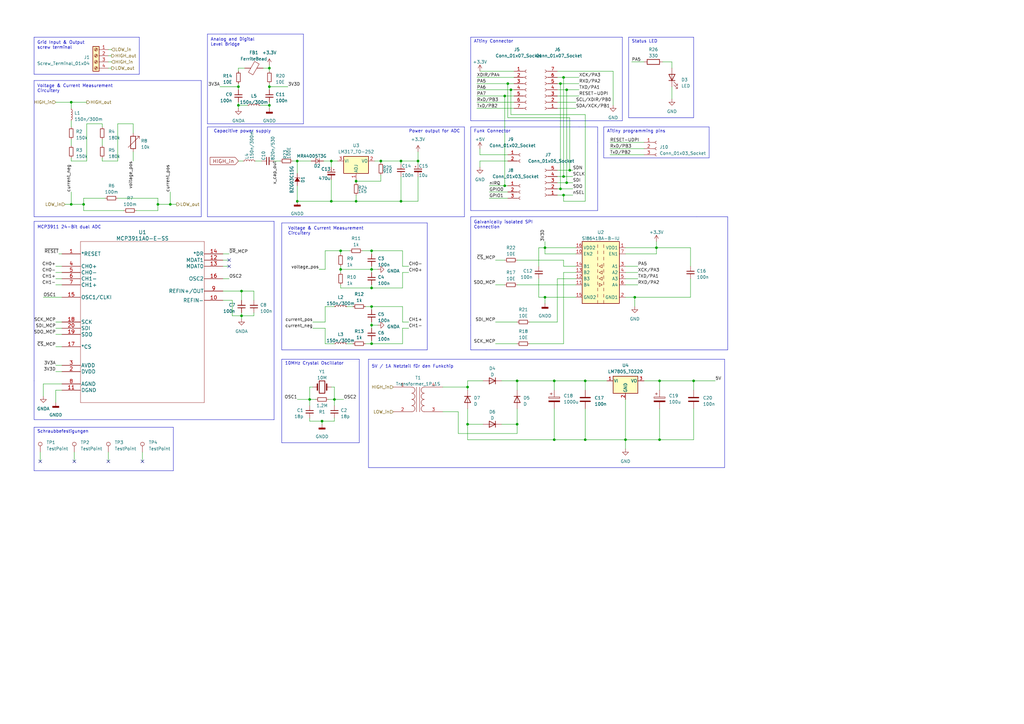
<source format=kicad_sch>
(kicad_sch (version 20230121) (generator eeschema)
  (paper "A3")
  (title_block (title "power-measurement-final") (date "2023-04-25") (rev "v.1") (comment 1 "erste Version"))
  (junction (at 223.52 101.6))
  (junction (at 229.87 34.29))
  (junction (at 209.55 36.83))
  (junction (at 137.16 163.83))
  (junction (at 97.79 43.18))
  (junction (at 171.45 66.04))
  (junction (at 139.7 110.49))
  (junction (at 231.14 80.01))
  (junction (at 110.49 35.56))
  (junction (at 191.77 173.99))
  (junction (at 64.77 83.82))
  (junction (at 207.01 76.2))
  (junction (at 229.87 77.47))
  (junction (at 260.35 121.92))
  (junction (at 99.06 129.54))
  (junction (at 139.7 102.87))
  (junction (at 240.03 156.21))
  (junction (at 240.03 180.34))
  (junction (at 207.01 39.37))
  (junction (at 146.05 82.55))
  (junction (at 152.4 125.73))
  (junction (at 270.51 180.34))
  (junction (at 135.89 82.55))
  (junction (at 231.14 31.75))
  (junction (at 232.41 36.83))
  (junction (at 135.89 66.04))
  (junction (at 146.05 74.295))
  (junction (at 127 163.83))
  (junction (at 152.4 102.87))
  (junction (at 212.09 173.99))
  (junction (at 256.54 180.34))
  (junction (at 208.28 34.29))
  (junction (at 29.21 41.91))
  (junction (at 232.41 74.93))
  (junction (at 121.92 66.04))
  (junction (at 132.08 172.72))
  (junction (at 270.51 156.21))
  (junction (at 29.21 83.82))
  (junction (at 164.465 82.55))
  (junction (at 269.24 101.6))
  (junction (at 69.85 83.82))
  (junction (at 34.29 83.82))
  (junction (at 152.4 140.97))
  (junction (at 212.09 156.21))
  (junction (at 110.49 27.94))
  (junction (at 97.79 35.56))
  (junction (at 223.52 121.92))
  (junction (at 99.06 119.38))
  (junction (at 191.77 158.75))
  (junction (at 152.4 118.11))
  (junction (at 152.4 133.35))
  (junction (at 152.4 110.49))
  (junction (at 121.92 82.55))
  (junction (at 164.465 66.04))
  (junction (at 227.33 180.34))
  (junction (at 156.21 66.04))
  (junction (at 110.49 43.18))
  (junction (at 231.14 72.39))
  (junction (at 227.33 156.21))
  (junction (at 233.68 69.85))
  (junction (at 284.48 156.21))
  (no_connect (at 58.42 189.23))
  (no_connect (at 16.51 189.23))
  (no_connect (at 44.45 189.23))
  (no_connect (at 93.98 106.68))
  (no_connect (at 93.98 109.22))
  (no_connect (at 30.48 189.23))
  (wire (pts (xy 152.4 118.11) (xy 165.1 118.11)))
  (wire (pts (xy 29.21 57.15) (xy 29.21 59.69)))
  (polyline (pts (xy 284.48 15.24) (xy 284.48 48.26)))
  (polyline (pts (xy 85.09 13.97) (xy 92.71 13.97)))
  (wire (pts (xy 228.6 72.39) (xy 231.14 72.39)))
  (wire (pts (xy 223.52 101.6) (xy 236.22 101.6)))
  (wire (pts (xy 203.2 106.68) (xy 207.01 106.68)))
  (wire (pts (xy 208.28 34.29) (xy 210.82 34.29)))
  (wire (pts (xy 152.4 133.35) (xy 154.94 133.35)))
  (polyline (pts (xy 115.57 91.44) (xy 175.26 91.44)))
  (wire (pts (xy 44.45 27.94) (xy 45.72 27.94)))
  (polyline (pts (xy 13.97 88.9) (xy 13.97 33.02)))
  (wire (pts (xy 97.79 43.18) (xy 101.6 43.18)))
  (wire (pts (xy 256.54 101.6) (xy 269.24 101.6)))
  (polyline (pts (xy 175.26 91.44) (xy 175.26 143.51)))
  (wire (pts (xy 228.6 77.47) (xy 229.87 77.47)))
  (wire (pts (xy 260.35 121.92) (xy 283.21 121.92)))
  (wire (pts (xy 29.21 64.77) (xy 29.21 66.04)))
  (wire (pts (xy 232.41 36.83) (xy 232.41 74.93)))
  (wire (pts (xy 99.06 128.27) (xy 99.06 129.54)))
  (wire (pts (xy 104.14 129.54) (xy 104.14 128.27)))
  (wire (pts (xy 107.95 27.94) (xy 110.49 27.94)))
  (wire (pts (xy 205.74 156.21) (xy 212.09 156.21)))
  (wire (pts (xy 91.44 123.19) (xy 95.25 123.19)))
  (wire (pts (xy 64.77 83.82) (xy 69.85 83.82)))
  (wire (pts (xy 231.14 80.01) (xy 231.14 82.55)))
  (polyline (pts (xy 297.18 147.32) (xy 297.18 191.77)))
  (wire (pts (xy 90.17 35.56) (xy 97.79 35.56)))
  (wire (pts (xy 240.03 167.64) (xy 240.03 180.34)))
  (wire (pts (xy 149.86 125.73) (xy 152.4 125.73)))
  (wire (pts (xy 200.66 78.74) (xy 208.28 78.74)))
  (polyline (pts (xy 151.13 147.32) (xy 151.13 191.77)))
  (wire (pts (xy 250.19 58.42) (xy 264.16 58.42)))
  (polyline (pts (xy 57.15 30.48) (xy 13.97 30.48)))
  (wire (pts (xy 64.77 83.82) (xy 64.77 81.28)))
  (wire (pts (xy 228.6 31.75) (xy 231.14 31.75)))
  (wire (pts (xy 44.45 20.32) (xy 45.72 20.32)))
  (wire (pts (xy 132.08 173.99) (xy 132.08 172.72)))
  (wire (pts (xy 284.48 180.34) (xy 270.51 180.34)))
  (polyline (pts (xy 93.98 52.07) (xy 190.5 52.07)))
  (wire (pts (xy 104.14 123.19) (xy 104.14 119.38)))
  (polyline (pts (xy 193.04 88.9) (xy 213.36 88.9)))
  (wire (pts (xy 153.67 66.04) (xy 156.21 66.04)))
  (wire (pts (xy 139.7 102.87) (xy 143.51 102.87)))
  (wire (pts (xy 99.06 129.54) (xy 99.06 130.81)))
  (polyline (pts (xy 247.65 52.07) (xy 290.83 52.07)))
  (wire (pts (xy 284.48 160.02) (xy 284.48 156.21)))
  (wire (pts (xy 165.1 134.62) (xy 167.64 134.62)))
  (wire (pts (xy 187.96 177.8) (xy 212.09 177.8)))
  (wire (pts (xy 164.465 82.55) (xy 171.45 82.55)))
  (wire (pts (xy 91.44 114.3) (xy 93.98 114.3)))
  (wire (pts (xy 256.54 116.84) (xy 261.62 116.84)))
  (wire (pts (xy 25.4 132.08) (xy 22.86 132.08)))
  (wire (pts (xy 114.935 66.04) (xy 112.395 66.04)))
  (wire (pts (xy 152.4 110.49) (xy 154.94 110.49)))
  (polyline (pts (xy 257.81 15.24) (xy 284.48 15.24)))
  (wire (pts (xy 91.44 119.38) (xy 99.06 119.38)))
  (wire (pts (xy 240.03 180.34) (xy 227.33 180.34)))
  (polyline (pts (xy 82.55 33.02) (xy 82.55 88.9)))
  (wire (pts (xy 120.015 66.04) (xy 121.92 66.04)))
  (wire (pts (xy 128.27 134.62) (xy 133.35 134.62)))
  (polyline (pts (xy 13.97 175.26) (xy 71.12 175.26)))
  (wire (pts (xy 22.86 114.3) (xy 25.4 114.3)))
  (wire (pts (xy 152.4 139.7) (xy 152.4 140.97)))
  (wire (pts (xy 25.4 152.4) (xy 22.86 152.4)))
  (wire (pts (xy 121.92 76.2) (xy 121.92 82.55)))
  (wire (pts (xy 110.49 41.91) (xy 110.49 43.18)))
  (wire (pts (xy 29.21 49.53) (xy 29.21 52.07)))
  (wire (pts (xy 231.14 111.76) (xy 236.22 111.76)))
  (wire (pts (xy 127 163.83) (xy 127 158.75)))
  (wire (pts (xy 91.44 106.68) (xy 93.98 106.68)))
  (wire (pts (xy 195.58 39.37) (xy 207.01 39.37)))
  (wire (pts (xy 152.4 133.35) (xy 152.4 134.62)))
  (wire (pts (xy 91.44 104.14) (xy 93.98 104.14)))
  (wire (pts (xy 48.26 66.04) (xy 48.26 50.8)))
  (wire (pts (xy 22.86 109.22) (xy 25.4 109.22)))
  (wire (pts (xy 269.24 101.6) (xy 269.24 104.14)))
  (wire (pts (xy 275.59 25.4) (xy 271.78 25.4)))
  (polyline (pts (xy 85.09 52.07) (xy 93.98 52.07)))
  (wire (pts (xy 191.77 167.64) (xy 191.77 173.99)))
  (wire (pts (xy 270.51 156.21) (xy 270.51 160.02)))
  (wire (pts (xy 29.21 41.91) (xy 29.21 44.45)))
  (wire (pts (xy 135.89 66.04) (xy 135.89 68.58)))
  (wire (pts (xy 110.49 26.67) (xy 110.49 27.94)))
  (wire (pts (xy 137.16 163.83) (xy 137.16 158.75)))
  (wire (pts (xy 142.24 125.73) (xy 144.78 125.73)))
  (wire (pts (xy 223.52 124.46) (xy 223.52 121.92)))
  (wire (pts (xy 270.51 167.64) (xy 270.51 180.34)))
  (polyline (pts (xy 193.04 133.35) (xy 193.04 88.9)))
  (wire (pts (xy 196.85 29.21) (xy 210.82 29.21)))
  (wire (pts (xy 207.01 76.2) (xy 208.28 76.2)))
  (wire (pts (xy 283.21 101.6) (xy 283.21 109.22)))
  (wire (pts (xy 275.59 27.94) (xy 275.59 25.4)))
  (wire (pts (xy 25.4 137.16) (xy 22.86 137.16)))
  (polyline (pts (xy 13.97 90.805) (xy 112.395 90.805)))
  (wire (pts (xy 200.66 76.2) (xy 207.01 76.2)))
  (polyline (pts (xy 297.18 191.77) (xy 151.13 191.77)))
  (polyline (pts (xy 82.55 88.9) (xy 13.97 88.9)))
  (wire (pts (xy 220.98 109.22) (xy 220.98 101.6)))
  (wire (pts (xy 223.52 104.14) (xy 236.22 104.14)))
  (wire (pts (xy 171.45 62.23) (xy 171.45 66.04)))
  (polyline (pts (xy 124.46 50.8) (xy 85.09 50.8)))
  (wire (pts (xy 251.46 43.18) (xy 251.46 29.21)))
  (polyline (pts (xy 245.11 58.42) (xy 245.11 86.36)))
  (wire (pts (xy 22.86 111.76) (xy 25.4 111.76)))
  (wire (pts (xy 195.58 31.75) (xy 210.82 31.75)))
  (polyline (pts (xy 13.97 15.24) (xy 57.15 15.24)))
  (polyline (pts (xy 71.12 175.26) (xy 71.12 193.04)))
  (wire (pts (xy 228.6 69.85) (xy 233.68 69.85)))
  (wire (pts (xy 137.16 166.37) (xy 137.16 163.83)))
  (wire (pts (xy 227.33 156.21) (xy 240.03 156.21)))
  (polyline (pts (xy 237.49 52.07) (xy 245.11 52.07)))
  (wire (pts (xy 228.6 114.3) (xy 228.6 132.08)))
  (wire (pts (xy 240.03 82.55) (xy 240.03 46.99)))
  (wire (pts (xy 256.54 111.76) (xy 261.62 111.76)))
  (polyline (pts (xy 193.04 15.24) (xy 255.27 15.24)))
  (wire (pts (xy 181.61 168.91) (xy 187.96 168.91)))
  (wire (pts (xy 228.6 80.01) (xy 231.14 80.01)))
  (polyline (pts (xy 13.97 172.085) (xy 13.97 156.21)))
  (polyline (pts (xy 298.45 143.51) (xy 199.39 143.51)))
  (wire (pts (xy 139.7 110.49) (xy 152.4 110.49)))
  (wire (pts (xy 121.92 82.55) (xy 135.89 82.55)))
  (wire (pts (xy 171.45 82.55) (xy 171.45 72.39)))
  (wire (pts (xy 164.465 66.04) (xy 171.45 66.04)))
  (wire (pts (xy 231.14 82.55) (xy 240.03 82.55)))
  (polyline (pts (xy 193.04 143.51) (xy 199.39 143.51)))
  (wire (pts (xy 220.98 121.92) (xy 220.98 114.3)))
  (wire (pts (xy 110.49 43.18) (xy 110.49 44.45)))
  (wire (pts (xy 152.4 125.73) (xy 165.1 125.73)))
  (wire (pts (xy 110.49 34.29) (xy 110.49 35.56)))
  (wire (pts (xy 227.33 180.34) (xy 227.33 167.64)))
  (wire (pts (xy 17.78 157.48) (xy 17.78 162.56)))
  (wire (pts (xy 228.6 36.83) (xy 232.41 36.83)))
  (wire (pts (xy 139.7 111.76) (xy 139.7 110.49)))
  (wire (pts (xy 191.77 158.75) (xy 191.77 156.21)))
  (polyline (pts (xy 237.49 52.07) (xy 193.04 52.07)))
  (wire (pts (xy 270.51 180.34) (xy 256.54 180.34)))
  (wire (pts (xy 228.6 34.29) (xy 229.87 34.29)))
  (wire (pts (xy 97.79 36.83) (xy 97.79 35.56)))
  (wire (pts (xy 133.35 102.87) (xy 133.35 110.49)))
  (wire (pts (xy 133.35 132.08) (xy 133.35 125.73)))
  (wire (pts (xy 41.91 57.15) (xy 41.91 59.69)))
  (wire (pts (xy 25.4 134.62) (xy 22.86 134.62)))
  (wire (pts (xy 25.4 142.24) (xy 22.86 142.24)))
  (polyline (pts (xy 13.97 33.02) (xy 82.55 33.02)))
  (wire (pts (xy 165.1 140.97) (xy 165.1 134.62)))
  (wire (pts (xy 146.05 74.295) (xy 146.05 74.93)))
  (polyline (pts (xy 147.32 147.32) (xy 147.32 181.61)))
  (polyline (pts (xy 85.09 88.9) (xy 85.09 52.07)))
  (wire (pts (xy 233.68 69.85) (xy 234.95 69.85)))
  (wire (pts (xy 229.87 77.47) (xy 234.95 77.47)))
  (wire (pts (xy 229.87 34.29) (xy 229.87 77.47)))
  (polyline (pts (xy 57.15 15.24) (xy 57.15 30.48)))
  (wire (pts (xy 233.68 48.26) (xy 208.28 48.26)))
  (wire (pts (xy 91.44 109.22) (xy 93.98 109.22)))
  (polyline (pts (xy 14.0048 172.108) (xy 112.4084 172.108)))
  (wire (pts (xy 30.48 185.42) (xy 30.48 189.23)))
  (wire (pts (xy 41.91 64.77) (xy 41.91 66.04)))
  (wire (pts (xy 134.62 163.83) (xy 137.16 163.83)))
  (wire (pts (xy 97.79 29.21) (xy 97.79 27.94)))
  (wire (pts (xy 256.54 180.34) (xy 240.03 180.34)))
  (polyline (pts (xy 112.4026 172.0942) (xy 112.4026 90.8028)))
  (wire (pts (xy 54.61 62.23) (xy 54.61 66.04)))
  (wire (pts (xy 250.19 60.96) (xy 264.16 60.96)))
  (wire (pts (xy 195.58 44.45) (xy 210.82 44.45)))
  (wire (pts (xy 130.81 110.49) (xy 133.35 110.49)))
  (wire (pts (xy 137.16 172.72) (xy 137.16 171.45)))
  (wire (pts (xy 99.06 129.54) (xy 104.14 129.54)))
  (wire (pts (xy 55.88 86.36) (xy 64.77 86.36)))
  (wire (pts (xy 203.2 132.08) (xy 212.09 132.08)))
  (wire (pts (xy 171.45 66.04) (xy 171.45 67.31)))
  (wire (pts (xy 152.4 116.84) (xy 152.4 118.11)))
  (polyline (pts (xy 245.11 58.42) (xy 245.11 52.07)))
  (wire (pts (xy 54.61 50.8) (xy 54.61 54.61)))
  (wire (pts (xy 127 172.72) (xy 127 171.45)))
  (wire (pts (xy 44.45 22.86) (xy 45.72 22.86)))
  (wire (pts (xy 187.96 168.91) (xy 187.96 177.8)))
  (wire (pts (xy 269.24 99.06) (xy 269.24 101.6)))
  (wire (pts (xy 95.25 123.19) (xy 95.25 129.54)))
  (wire (pts (xy 232.41 74.93) (xy 234.95 74.93)))
  (wire (pts (xy 220.98 101.6) (xy 223.52 101.6)))
  (wire (pts (xy 97.79 66.04) (xy 99.695 66.04)))
  (wire (pts (xy 223.52 121.92) (xy 220.98 121.92)))
  (wire (pts (xy 231.14 109.22) (xy 236.22 109.22)))
  (wire (pts (xy 209.55 36.83) (xy 210.82 36.83)))
  (wire (pts (xy 223.52 101.6) (xy 223.52 104.14)))
  (wire (pts (xy 152.4 109.22) (xy 152.4 110.49)))
  (wire (pts (xy 29.21 41.91) (xy 35.56 41.91)))
  (wire (pts (xy 212.09 177.8) (xy 212.09 173.99)))
  (wire (pts (xy 231.14 72.39) (xy 234.95 72.39)))
  (wire (pts (xy 228.6 114.3) (xy 236.22 114.3)))
  (wire (pts (xy 121.92 66.04) (xy 121.92 71.12)))
  (wire (pts (xy 212.09 156.21) (xy 227.33 156.21)))
  (wire (pts (xy 156.21 71.755) (xy 156.21 74.295)))
  (wire (pts (xy 41.91 66.04) (xy 48.26 66.04)))
  (wire (pts (xy 146.05 82.55) (xy 164.465 82.55)))
  (wire (pts (xy 217.17 140.97) (xy 231.14 140.97)))
  (wire (pts (xy 284.48 156.21) (xy 293.37 156.21)))
  (wire (pts (xy 34.29 81.28) (xy 43.18 81.28)))
  (polyline (pts (xy 213.36 88.9) (xy 285.75 88.9)))
  (wire (pts (xy 164.465 82.55) (xy 164.465 72.39)))
  (wire (pts (xy 148.59 102.87) (xy 152.4 102.87)))
  (wire (pts (xy 275.59 35.56) (xy 275.59 40.64)))
  (wire (pts (xy 231.14 31.75) (xy 231.14 72.39)))
  (polyline (pts (xy 193.04 133.35) (xy 193.04 143.51)))
  (wire (pts (xy 208.28 48.26) (xy 208.28 34.29)))
  (wire (pts (xy 135.89 66.04) (xy 138.43 66.04)))
  (wire (pts (xy 269.24 101.6) (xy 283.21 101.6)))
  (polyline (pts (xy 151.13 147.32) (xy 297.18 147.32)))
  (wire (pts (xy 231.14 111.76) (xy 231.14 140.97)))
  (wire (pts (xy 223.52 121.92) (xy 236.22 121.92)))
  (wire (pts (xy 97.79 35.56) (xy 97.79 34.29)))
  (polyline (pts (xy 284.48 48.26) (xy 257.81 48.26)))
  (wire (pts (xy 191.77 173.99) (xy 191.77 180.34)))
  (polyline (pts (xy 13.97 30.48) (xy 13.97 15.24)))
  (polyline (pts (xy 115.57 147.32) (xy 147.32 147.32)))
  (wire (pts (xy 146.05 80.01) (xy 146.05 82.55)))
  (wire (pts (xy 133.35 102.87) (xy 139.7 102.87)))
  (wire (pts (xy 231.14 106.68) (xy 231.14 109.22)))
  (wire (pts (xy 25.4 149.86) (xy 22.86 149.86)))
  (wire (pts (xy 152.4 102.87) (xy 152.4 104.14)))
  (wire (pts (xy 228.6 39.37) (xy 237.49 39.37)))
  (wire (pts (xy 48.26 50.8) (xy 54.61 50.8)))
  (wire (pts (xy 260.35 121.92) (xy 260.35 125.73)))
  (wire (pts (xy 207.01 39.37) (xy 207.01 76.2)))
  (wire (pts (xy 132.715 66.04) (xy 135.89 66.04)))
  (wire (pts (xy 181.61 158.75) (xy 191.77 158.75)))
  (polyline (pts (xy 290.83 52.07) (xy 290.83 64.77)))
  (wire (pts (xy 95.25 129.54) (xy 99.06 129.54)))
  (wire (pts (xy 29.21 83.82) (xy 34.29 83.82)))
  (wire (pts (xy 259.08 25.4) (xy 264.16 25.4)))
  (wire (pts (xy 284.48 167.64) (xy 284.48 180.34)))
  (wire (pts (xy 236.22 44.45) (xy 228.6 44.45)))
  (wire (pts (xy 212.09 106.68) (xy 231.14 106.68)))
  (wire (pts (xy 142.24 140.97) (xy 144.78 140.97)))
  (wire (pts (xy 22.86 41.91) (xy 29.21 41.91)))
  (wire (pts (xy 240.03 156.21) (xy 248.92 156.21)))
  (wire (pts (xy 135.89 82.55) (xy 135.89 73.66)))
  (wire (pts (xy 41.91 50.8) (xy 35.56 50.8)))
  (wire (pts (xy 205.74 173.99) (xy 212.09 173.99)))
  (polyline (pts (xy 115.57 143.51) (xy 115.57 91.44)))
  (wire (pts (xy 152.4 110.49) (xy 152.4 111.76)))
  (wire (pts (xy 127 166.37) (xy 127 163.83)))
  (wire (pts (xy 121.92 66.04) (xy 127.635 66.04)))
  (wire (pts (xy 212.09 173.99) (xy 212.09 167.64)))
  (wire (pts (xy 212.09 160.02) (xy 212.09 156.21)))
  (wire (pts (xy 195.58 34.29) (xy 208.28 34.29)))
  (polyline (pts (xy 193.04 49.53) (xy 193.04 15.24)))
  (wire (pts (xy 256.54 114.3) (xy 261.62 114.3)))
  (wire (pts (xy 283.21 114.3) (xy 283.21 121.92)))
  (wire (pts (xy 165.1 132.08) (xy 167.64 132.08)))
  (polyline (pts (xy 255.27 49.53) (xy 193.04 49.53)))
  (wire (pts (xy 233.68 69.85) (xy 233.68 48.26)))
  (wire (pts (xy 26.67 83.82) (xy 29.21 83.82)))
  (wire (pts (xy 165.1 118.11) (xy 165.1 111.76)))
  (wire (pts (xy 137.16 163.83) (xy 140.97 163.83)))
  (wire (pts (xy 200.66 81.28) (xy 208.28 81.28)))
  (wire (pts (xy 69.85 83.82) (xy 72.39 83.82)))
  (wire (pts (xy 110.49 35.56) (xy 118.11 35.56)))
  (polyline (pts (xy 92.71 13.97) (xy 124.46 13.97)))
  (wire (pts (xy 191.77 156.21) (xy 198.12 156.21)))
  (polyline (pts (xy 147.32 181.61) (xy 115.57 181.61)))
  (wire (pts (xy 106.68 43.18) (xy 110.49 43.18)))
  (polyline (pts (xy 175.26 143.51) (xy 115.57 143.51)))
  (wire (pts (xy 196.85 66.04) (xy 196.85 68.58)))
  (wire (pts (xy 156.21 74.295) (xy 146.05 74.295)))
  (polyline (pts (xy 290.83 64.77) (xy 247.65 64.77)))
  (wire (pts (xy 139.7 110.49) (xy 139.7 109.22)))
  (wire (pts (xy 165.1 140.97) (xy 152.4 140.97)))
  (wire (pts (xy 121.92 163.83) (xy 127 163.83)))
  (wire (pts (xy 240.03 156.21) (xy 240.03 160.02)))
  (polyline (pts (xy 193.04 86.36) (xy 245.11 86.36)))
  (wire (pts (xy 24.13 104.14) (xy 25.4 104.14)))
  (wire (pts (xy 135.89 158.75) (xy 137.16 158.75)))
  (wire (pts (xy 127 163.83) (xy 129.54 163.83)))
  (wire (pts (xy 212.09 116.84) (xy 236.22 116.84)))
  (wire (pts (xy 256.54 180.34) (xy 256.54 184.15)))
  (wire (pts (xy 264.16 156.21) (xy 270.51 156.21)))
  (wire (pts (xy 35.56 50.8) (xy 35.56 66.04)))
  (wire (pts (xy 250.19 63.5) (xy 264.16 63.5)))
  (polyline (pts (xy 115.57 181.61) (xy 115.57 147.32)))
  (wire (pts (xy 191.77 173.99) (xy 198.12 173.99)))
  (wire (pts (xy 228.6 29.21) (xy 251.46 29.21)))
  (wire (pts (xy 110.49 27.94) (xy 110.49 29.21)))
  (wire (pts (xy 34.29 86.36) (xy 50.8 86.36)))
  (wire (pts (xy 48.26 81.28) (xy 64.77 81.28)))
  (wire (pts (xy 139.7 118.11) (xy 152.4 118.11)))
  (wire (pts (xy 58.42 185.42) (xy 58.42 189.23)))
  (wire (pts (xy 135.89 82.55) (xy 146.05 82.55)))
  (wire (pts (xy 156.21 66.04) (xy 164.465 66.04)))
  (wire (pts (xy 29.21 78.74) (xy 29.21 83.82)))
  (wire (pts (xy 34.29 83.82) (xy 34.29 86.36)))
  (wire (pts (xy 227.33 156.21) (xy 227.33 160.02)))
  (wire (pts (xy 152.4 102.87) (xy 165.1 102.87)))
  (wire (pts (xy 41.91 52.07) (xy 41.91 50.8)))
  (wire (pts (xy 139.7 118.11) (xy 139.7 116.84)))
  (wire (pts (xy 152.4 132.08) (xy 152.4 133.35)))
  (wire (pts (xy 256.54 104.14) (xy 269.24 104.14)))
  (polyline (pts (xy 255.27 15.24) (xy 255.27 49.53)))
  (wire (pts (xy 164.465 66.04) (xy 164.465 67.31)))
  (wire (pts (xy 223.52 99.06) (xy 223.52 101.6)))
  (polyline (pts (xy 190.5 88.9) (xy 85.09 88.9)))
  (wire (pts (xy 25.4 160.02) (xy 22.86 160.02)))
  (wire (pts (xy 191.77 180.34) (xy 227.33 180.34)))
  (wire (pts (xy 25.4 157.48) (xy 17.78 157.48)))
  (wire (pts (xy 207.01 39.37) (xy 210.82 39.37)))
  (wire (pts (xy 25.4 121.92) (xy 17.78 121.92)))
  (polyline (pts (xy 247.65 52.07) (xy 247.65 64.77)))
  (wire (pts (xy 132.08 172.72) (xy 137.16 172.72)))
  (polyline (pts (xy 193.04 52.07) (xy 193.04 86.36)))
  (wire (pts (xy 22.86 116.84) (xy 25.4 116.84)))
  (wire (pts (xy 133.35 140.97) (xy 133.35 134.62)))
  (wire (pts (xy 133.35 140.97) (xy 137.16 140.97)))
  (wire (pts (xy 110.49 35.56) (xy 110.49 36.83)))
  (wire (pts (xy 231.14 80.01) (xy 234.95 80.01)))
  (polyline (pts (xy 13.97 175.26) (xy 13.97 193.04)))
  (wire (pts (xy 44.45 25.4) (xy 45.72 25.4)))
  (wire (pts (xy 217.17 132.08) (xy 228.6 132.08)))
  (polyline (pts (xy 112.4084 172.108) (xy 112.4084 172.1106)))
  (wire (pts (xy 152.4 125.73) (xy 152.4 127)))
  (wire (pts (xy 146.05 73.66) (xy 146.05 74.295)))
  (polyline (pts (xy 112.4026 90.8028) (xy 112.392 90.8028)))
  (wire (pts (xy 97.79 44.45) (xy 97.79 43.18)))
  (wire (pts (xy 228.6 74.93) (xy 232.41 74.93)))
  (wire (pts (xy 196.85 60.96) (xy 196.85 63.5)))
  (wire (pts (xy 152.4 140.97) (xy 149.86 140.97)))
  (wire (pts (xy 133.35 125.73) (xy 137.16 125.73)))
  (wire (pts (xy 195.58 41.91) (xy 210.82 41.91)))
  (wire (pts (xy 69.85 78.74) (xy 69.85 83.82)))
  (wire (pts (xy 165.1 125.73) (xy 165.1 132.08)))
  (polyline (pts (xy 298.45 88.9) (xy 298.45 143.51)))
  (wire (pts (xy 107.315 66.04) (xy 104.775 66.04)))
  (wire (pts (xy 191.77 160.02) (xy 191.77 158.75)))
  (wire (pts (xy 165.1 111.76) (xy 167.64 111.76)))
  (wire (pts (xy 22.86 160.02) (xy 22.86 165.1)))
  (wire (pts (xy 34.29 83.82) (xy 34.29 81.28)))
  (wire (pts (xy 29.21 66.04) (xy 35.56 66.04)))
  (wire (pts (xy 229.87 34.29) (xy 237.49 34.29)))
  (wire (pts (xy 209.55 46.99) (xy 209.55 36.83)))
  (wire (pts (xy 228.6 41.91) (xy 236.22 41.91)))
  (wire (pts (xy 256.54 121.92) (xy 260.35 121.92)))
  (wire (pts (xy 97.79 27.94) (xy 100.33 27.94)))
  (wire (pts (xy 132.08 172.72) (xy 127 172.72)))
  (wire (pts (xy 165.1 102.87) (xy 165.1 109.22)))
  (wire (pts (xy 165.1 109.22) (xy 167.64 109.22)))
  (polyline (pts (xy 85.09 13.97) (xy 85.09 50.8)))
  (wire (pts (xy 240.03 46.99) (xy 209.55 46.99)))
  (wire (pts (xy 270.51 156.21) (xy 284.48 156.21)))
  (wire (pts (xy 232.41 36.83) (xy 237.49 36.83)))
  (wire (pts (xy 16.51 185.42) (xy 16.51 189.23)))
  (wire (pts (xy 64.77 86.36) (xy 64.77 83.82)))
  (wire (pts (xy 44.45 185.42) (xy 44.45 189.23)))
  (wire (pts (xy 203.2 116.84) (xy 207.01 116.84)))
  (wire (pts (xy 128.27 132.08) (xy 133.35 132.08)))
  (wire (pts (xy 97.79 43.18) (xy 97.79 41.91)))
  (wire (pts (xy 156.21 66.675) (xy 156.21 66.04)))
  (wire (pts (xy 139.7 104.14) (xy 139.7 102.87)))
  (polyline (pts (xy 71.12 193.04) (xy 13.97 193.04)))
  (wire (pts (xy 231.14 31.75) (xy 237.49 31.75)))
  (polyline (pts (xy 190.5 52.07) (xy 190.5 88.9)))
  (polyline (pts (xy 124.46 13.97) (xy 124.46 50.8)))
  (wire (pts (xy 256.54 109.22) (xy 261.62 109.22)))
  (wire (pts (xy 196.85 66.04) (xy 208.28 66.04)))
  (wire (pts (xy 127 158.75) (xy 128.27 158.75)))
  (polyline (pts (xy 285.75 88.9) (xy 298.45 88.9)))
  (wire (pts (xy 99.06 119.38) (xy 104.14 119.38)))
  (wire (pts (xy 99.06 123.19) (xy 99.06 119.38)))
  (wire (pts (xy 195.58 36.83) (xy 209.55 36.83)))
  (polyline (pts (xy 13.97 90.805) (xy 13.97 156.21)))
  (polyline (pts (xy 257.81 15.24) (xy 257.81 48.26)))
  (wire (pts (xy 196.85 63.5) (xy 208.28 63.5)))
  (wire (pts (xy 212.09 140.97) (xy 203.2 140.97)))
  (wire (pts (xy 256.54 163.83) (xy 256.54 180.34)))
  (text "Voltage & Current Measurement\nCircuitery" (at 15.24 38.1 0) (effects (font (size 1.27 1.27)) (justify left bottom)))
  (text "Voltage & Current Measurement\nCircuitery" (at 118.11 96.52 0) (effects (font (size 1.27 1.27)) (justify left bottom)))
  (text "10MHz Crystal Oscillator" (at 116.84 149.86 0) (effects (font (size 1.27 1.27)) (justify left bottom)))
  (text "Power output for ADC" (at 167.64 54.61 0) (effects (font (size 1.27 1.27)) (justify left bottom)))
  (text "Funk Connector" (at 194.31 54.61 0) (effects (font (size 1.27 1.27)) (justify left bottom)))
  (text "Status LED" (at 259.08 17.78 0) (effects (font (size 1.27 1.27)) (justify left bottom)))
  (text "ATtiny Connector" (at 194.31 17.78 0) (effects (font (size 1.27 1.27)) (justify left bottom)))
  (text "MCP3911 24-Bit dual ADC" (at 15.24 93.98 0) (effects (font (size 1.27 1.27)) (justify left bottom)))
  (text "Capacitive power supply" (at 87.63 54.61 0) (effects (font (size 1.27 1.27)) (justify left bottom)))
  (text "5V / 1A Netzteil für den Funkchip" (at 152.4 151.13 0) (effects (font (size 1.27 1.27)) (justify left bottom)))
  (text "ATtiny programming pins" (at 248.92 54.61 0) (effects (font (size 1.27 1.27)) (justify left bottom)))
  (text "Schraubbefestigungen" (at 15.24 177.8 0) (effects (font (size 1.27 1.27)) (justify left bottom)))
  (text "Galvanically isolated SPI\nConnection" (at 194.31 93.98 0) (effects (font (size 1.27 1.27)) (justify left bottom)))
  (text "Grid Input & Output \nscrew terminal" (at 15.24 20.32 0) (effects (font (size 1.27 1.27)) (justify left bottom)))
  (text "Analog and Digital\nLevel Bridge" (at 86.36 19.05 0) (effects (font (size 1.27 1.27)) (justify left bottom)))
  (label "TxD{slash}PB2" (at 195.58 44.45 0))
  (label "SDN" (at 234.95 69.85 0))
  (label "PA5" (at 195.58 34.29 0))
  (label "RxD{slash}PB3" (at 250.19 60.96 0))
  (label "CH1+" (at 22.86 114.3 180))
  (label "current_neg" (at 29.21 78.74 90))
  (label "SCL{slash}XDIR{slash}PB0" (at 236.22 41.91 0))
  (label "GPIO0" (at 200.66 78.74 0))
  (label "voltage_pos" (at 54.61 66.04 270))
  (label "OSC1" (at 121.92 163.83 180))
  (label "~{DR}_MCP" (at 93.98 104.14 0))
  (label "RESET-UDPI" (at 250.19 58.42 0))
  (label "5V" (at 293.37 156.21 0))
  (label "voltage_pos" (at 130.81 110.49 180))
  (label "3V3D" (at 118.11 35.56 0))
  (label "3V3D" (at 223.52 99.06 90))
  (label "XCK{slash}PA3" (at 237.49 31.75 0))
  (label "current_neg" (at 128.27 134.62 180))
  (label "SDA{slash}XCK{slash}PB1" (at 236.22 44.45 0))
  (label "PA5" (at 259.08 25.4 0))
  (label "CH1-" (at 22.86 116.84 180))
  (label "RXD{slash}PA2" (at 261.62 116.84 0))
  (label "current_pos" (at 69.85 78.74 90))
  (label "SCK_MCP" (at 203.2 140.97 180))
  (label "~{RESET}" (at 24.13 104.14 180))
  (label "RxD{slash}PB3" (at 195.58 41.91 0))
  (label "SDO" (at 234.95 77.47 0))
  (label "PA5" (at 261.62 109.22 0))
  (label "XDIR{slash}PA4" (at 195.58 31.75 0))
  (label "~{CS}_MCP" (at 22.86 142.24 180))
  (label "nSEL" (at 234.95 80.01 0))
  (label "SDI_MCP" (at 22.86 134.62 180))
  (label "XCK{slash}PA3" (at 261.62 111.76 0))
  (label "CH0+" (at 167.64 111.76 0))
  (label "TXD{slash}PA1" (at 261.62 114.3 0))
  (label "GPIO1" (at 200.66 81.28 0))
  (label "CH0-" (at 167.64 109.22 0))
  (label "x_cap_out" (at 113.665 66.04 270))
  (label "3V3A" (at 22.86 149.86 180))
  (label "CH0+" (at 22.86 109.22 180))
  (label "current_pos" (at 128.27 132.08 180))
  (label "CH1+" (at 167.64 132.08 0))
  (label "3V3D" (at 22.86 152.4 180))
  (label "CH0-" (at 22.86 111.76 180))
  (label "OSC1" (at 17.78 121.92 0))
  (label "TxD{slash}PB2" (at 250.19 63.5 0))
  (label "~{CS}_MCP" (at 203.2 106.68 180))
  (label "nIRQ" (at 200.66 76.2 0))
  (label "SDI_MCP" (at 203.2 132.08 180))
  (label "OSC2" (at 93.98 114.3 0))
  (label "SDO_MCP" (at 203.2 116.84 180))
  (label "SDI" (at 234.95 74.93 0))
  (label "SDO_MCP" (at 22.86 137.16 180))
  (label "CH1-" (at 167.64 134.62 0))
  (label "RXD{slash}PA2" (at 237.49 34.29 0))
  (label "TXD{slash}PA1" (at 237.49 36.83 0))
  (label "RESET-UDPI" (at 237.49 39.37 0))
  (label "OSC2" (at 140.97 163.83 0))
  (label "SCK_MCP" (at 22.86 132.08 180))
  (label "SCLK" (at 234.95 72.39 0))
  (label "3V3A" (at 90.17 35.56 180))
  (label "PA6" (at 195.58 36.83 0))
  (label "PA7" (at 195.58 39.37 0))
  (global_label "HIGH_in" (shape input) (at 97.79 66.04 180) (effects (font (size 1.524 1.524))) (property "Intersheetrefs" "${INTERSHEET_REFS}" (effects hide)))
  (hierarchical_label "HIGH_in" (shape input) (at 22.86 41.91 180))
  (hierarchical_label "HIGH_out" (shape output) (at 45.72 22.86 0))
  (hierarchical_label "HIGH_in" (shape input) (at 45.72 25.4 0))
  (hierarchical_label "HIGH_out" (shape output) (at 35.56 41.91 0))
  (hierarchical_label "LOW_in" (shape input) (at 26.67 83.82 180))
  (hierarchical_label "LOW_in" (shape input) (at 45.72 20.32 0))
  (hierarchical_label "LOW_out" (shape output) (at 45.72 27.94 0))
  (hierarchical_label "LOW_in" (shape input) (at 161.29 168.91 180))
  (hierarchical_label "HIGH_in" (shape input) (at 161.29 158.75 180))
  (hierarchical_label "LOW_out" (shape output) (at 72.39 83.82 0))
  (symbol (lib_id "Device:C_Small") (at 152.4 129.54 0) (unit 1)
    (property "Reference" "C5" (at 154.94 128.9113 0) (effects (justify left)))
    (property "Value" "100n" (at 154.94 131.4513 0) (effects (justify left)))
    (property "Footprint" "Capacitor_SMD:C_1206_3216Metric_Pad1.33x1.80mm_HandSolder" (effects hide))
  )
  (symbol (lib_id "Device:R_Small") (at 110.49 31.75 0) (unit 1)
    (property "Reference" "R20" (at 113.03 31.115 0) (effects (justify left)))
    (property "Value" "10E" (at 113.03 33.655 0) (effects (justify left)))
    (property "Footprint" "Resistor_SMD:R_1206_3216Metric_Pad1.30x1.75mm_HandSolder" (effects hide))
  )
  (symbol (lib_id "Device:C_Small") (at 97.79 39.37 0) (mirror y) (unit 1)
    (property "Reference" "C9" (at 95.25 38.7413 0) (effects (justify left)))
    (property "Value" "100n" (at 95.25 41.2813 0) (effects (justify left)))
    (property "Footprint" "Capacitor_SMD:C_1206_3216Metric_Pad1.33x1.80mm_HandSolder" (effects hide))
  )
  (symbol (lib_id "Device:R_Variable") (at 54.61 58.42 0) (unit 1)
    (property "Reference" "R8" (at 57.785 57.785 0) (effects (justify left)))
    (property "Value" "10k" (at 57.785 60.325 0) (effects (justify left)))
    (property "Footprint" "Potentiometer_THT:Potentiometer_ACP_CA9-V10_Vertical_Hole" (effects hide))
  )
  (symbol (lib_id "Device:L_Small") (at 139.7 140.97 90) (unit 1)
    (property "Reference" "L3" (at 139.7 137.16 90))
    (property "Value" "150n/300m" (at 139.7 139.7 90))
    (property "Footprint" "Inductor_SMD:L_1206_3216Metric" (effects hide))
  )
  (symbol (lib_id "Device:R_Small") (at 139.7 114.3 0) (unit 1)
    (property "Reference" "R10" (at 142.24 113.665 0) (effects (justify left)))
    (property "Value" "1k" (at 142.24 116.205 0) (effects (justify left)))
    (property "Footprint" "Resistor_SMD:R_1206_3216Metric_Pad1.30x1.75mm_HandSolder" (effects hide))
  )
  (symbol (lib_id "Device:L_Small") (at 29.21 46.99 0) (unit 1)
    (property "Reference" "L1" (at 30.48 46.355 0) (effects (justify left)))
    (property "Value" "150n/300m" (at 30.48 48.895 0) (effects (justify left)))
    (property "Footprint" "Inductor_SMD:L_1206_3216Metric" (effects hide))
  )
  (symbol (lib_id "Device:R_Small") (at 147.32 140.97 90) (unit 1)
    (property "Reference" "R13" (at 147.32 135.89 90))
    (property "Value" "1k" (at 147.32 138.43 90))
    (property "Footprint" "Resistor_SMD:R_1206_3216Metric_Pad1.30x1.75mm_HandSolder" (effects hide))
  )
  (symbol (lib_id "Device:C_Small") (at 283.21 111.76 0) (unit 1)
    (property "Reference" "C16" (at 285.75 111.1313 0) (effects (justify left)))
    (property "Value" "100n" (at 285.75 113.6713 0) (effects (justify left)))
    (property "Footprint" "Capacitor_SMD:C_1206_3216Metric_Pad1.33x1.80mm_HandSolder" (effects hide))
  )
  (symbol (lib_id "power:GNDD") (at 223.52 124.46 0) (unit 1)
    (property "Reference" "#PWR010" (effects hide))
    (property "Value" "GNDD" (at 223.52 129.54 0))
  )
  (symbol (lib_id "power:GNDA") (at 154.94 133.35 90) (unit 1)
    (property "Reference" "#PWR05" (effects hide))
    (property "Value" "GNDA" (at 158.75 133.985 90) (effects (justify right)))
  )
  (symbol (lib_id "Connector:Conn_01x07_Socket") (at 223.52 36.83 180) (unit 1)
    (property "Reference" "J6" (at 229.87 20.32 0) (effects (justify left)))
    (property "Value" "Conn_01x07_Socket" (at 238.76 22.86 0) (effects (justify left)))
    (property "Footprint" "Connector_PinSocket_2.54mm:PinSocket_1x07_P2.54mm_Vertical" (effects hide))
  )
  (symbol (lib_id "Device:R_Small") (at 41.91 62.23 0) (unit 1)
    (property "Reference" "R5" (at 44.45 61.595 0) (effects (justify left)))
    (property "Value" "180k" (at 44.45 64.135 0) (effects (justify left)))
    (property "Footprint" "Resistor_SMD:R_1206_3216Metric_Pad1.30x1.75mm_HandSolder" (effects hide))
  )
  (symbol (lib_id "power:GND") (at 196.85 68.58 0) (unit 1)
    (property "Reference" "#PWR015" (effects hide))
    (property "Value" "GND" (at 196.85 73.66 0))
  )
  (symbol (lib_id "power:GND") (at 275.59 40.64 0) (unit 1)
    (property "Reference" "#PWR017" (effects hide))
    (property "Value" "GND" (at 275.59 45.72 0))
  )
  (symbol (lib_id "Device:C_Small") (at 104.14 125.73 180) (unit 1)
    (property "Reference" "C8" (at 106.68 125.0886 0) (effects (justify right)))
    (property "Value" "100n" (at 106.68 127.6286 0) (effects (justify right)))
    (property "Footprint" "Capacitor_SMD:C_1206_3216Metric_Pad1.33x1.80mm_HandSolder" (effects hide))
  )
  (symbol (lib_id "Connector:TestPoint") (at 58.42 185.42 0) (unit 1)
    (property "Reference" "TP4" (at 60.96 181.483 0) (effects (justify left)))
    (property "Value" "TestPoint" (at 60.96 184.023 0) (effects (justify left)))
    (property "Footprint" "TestPoint:TestPoint_Plated_Hole_D3.0mm" (effects hide))
  )
  (symbol (lib_id "Power-Analyzer-rescue:D_Zener_Small_ALT") (at 121.92 73.66 270) (unit 1)
    (property "Reference" "D1" (at 124.206 73.66 0))
    (property "Value" "BZG03C15G" (at 119.634 73.66 0))
    (property "Footprint" "Diode_SMD:D_SMA-SMB_Universal_Handsoldering" (effects hide))
  )
  (symbol (lib_id "Device:C_Small") (at 152.4 114.3 0) (unit 1)
    (property "Reference" "C4" (at 154.94 113.6713 0) (effects (justify left)))
    (property "Value" "100n" (at 154.94 116.2113 0) (effects (justify left)))
    (property "Footprint" "Capacitor_SMD:C_1206_3216Metric_Pad1.33x1.80mm_HandSolder" (effects hide))
  )
  (symbol (lib_id "Device:FerriteBead") (at 104.14 27.94 90) (unit 1)
    (property "Reference" "FB1" (at 104.0892 21.59 90))
    (property "Value" "FerriteBead" (at 104.0892 24.13 90))
    (property "Footprint" "Inductor_SMD:L_1210_3225Metric_Pad1.42x2.65mm_HandSolder" (effects hide))
  )
  (symbol (lib_id "Connector:Conn_01x03_Socket") (at 213.36 78.74 0) (unit 1)
    (property "Reference" "J8" (at 208.28 69.85 0) (effects (justify left)))
    (property "Value" "Conn_01x03_Socket" (at 201.93 72.39 0) (effects (justify left)))
    (property "Footprint" "Connector_PinSocket_2.54mm:PinSocket_1x03_P2.54mm_Vertical" (effects hide))
  )
  (symbol (lib_id "Device:R_Small") (at 97.79 31.75 0) (mirror y) (unit 1)
    (property "Reference" "R14" (at 95.25 31.115 0) (effects (justify left)))
    (property "Value" "10E" (at 95.25 33.655 0) (effects (justify left)))
    (property "Footprint" "Resistor_SMD:R_1206_3216Metric_Pad1.30x1.75mm_HandSolder" (effects hide))
  )
  (symbol (lib_id "Device:R_Small") (at 146.05 102.87 90) (unit 1)
    (property "Reference" "R11" (at 146.05 97.79 90))
    (property "Value" "1k" (at 146.05 100.33 90))
    (property "Footprint" "Resistor_SMD:R_1206_3216Metric_Pad1.30x1.75mm_HandSolder" (effects hide))
  )
  (symbol (lib_id "Device:R_Small") (at 209.55 106.68 90) (unit 1)
    (property "Reference" "R22" (at 209.55 101.6 90))
    (property "Value" "10E" (at 209.55 104.14 90))
    (property "Footprint" "Resistor_SMD:R_1206_3216Metric_Pad1.30x1.75mm_HandSolder" (effects hide))
  )
  (symbol (lib_id "Device:L_Small") (at 139.7 125.73 90) (unit 1)
    (property "Reference" "L2" (at 139.7 121.92 90))
    (property "Value" "150n/300m" (at 139.7 124.46 90))
    (property "Footprint" "Inductor_SMD:L_1206_3216Metric" (effects hide))
  )
  (symbol (lib_id "Device:D") (at 191.77 163.83 270) (unit 1)
    (property "Reference" "D7" (at 194.31 163.195 90) (effects (justify left)))
    (property "Value" "D" (at 194.31 165.735 90) (effects (justify left)))
    (property "Footprint" "Diode_SMD:D_SMA-SMB_Universal_Handsoldering" (effects hide))
    (property "Sim.Device" "D" (effects hide))
    (property "Sim.Pins" "1=K 2=A" (effects hide))
  )
  (symbol (lib_id "power:GNDA") (at 97.79 44.45 0) (unit 1)
    (property "Reference" "#PWR07" (effects hide))
    (property "Value" "GNDA" (at 97.79 49.53 0))
  )
  (symbol (lib_id "power:+3.3V") (at 269.24 99.06 0) (unit 1)
    (property "Reference" "#PWR012" (effects hide))
    (property "Value" "+3.3V" (at 269.24 95.25 0))
  )
  (symbol (lib_id "Connector:TestPoint") (at 44.45 185.42 0) (unit 1)
    (property "Reference" "TP3" (at 46.99 181.483 0) (effects (justify left)))
    (property "Value" "TestPoint" (at 46.99 184.023 0) (effects (justify left)))
    (property "Footprint" "TestPoint:TestPoint_Plated_Hole_D3.0mm" (effects hide))
  )
  (symbol (lib_id "Device:R_Small") (at 29.21 62.23 0) (unit 1)
    (property "Reference" "R3" (at 31.115 61.595 0) (effects (justify left)))
    (property "Value" "150k" (at 31.115 64.135 0) (effects (justify left)))
    (property "Footprint" "Resistor_SMD:R_1206_3216Metric_Pad1.30x1.75mm_HandSolder" (effects hide))
  )
  (symbol (lib_id "power:GNDA") (at 17.78 162.56 0) (mirror y) (unit 1)
    (property "Reference" "#PWR02" (effects hide))
    (property "Value" "GNDA" (at 17.78 167.64 0))
  )
  (symbol (lib_id "Device:R_Small") (at 147.32 125.73 90) (unit 1)
    (property "Reference" "R12" (at 147.32 120.65 90))
    (property "Value" "1k" (at 147.32 123.19 90))
    (property "Footprint" "Resistor_SMD:R_1206_3216Metric_Pad1.30x1.75mm_HandSolder" (effects hide))
  )
  (symbol (lib_id "Device:D") (at 201.93 156.21 180) (unit 1)
    (property "Reference" "D4" (at 201.93 151.13 0))
    (property "Value" "D" (at 201.93 153.67 0))
    (property "Footprint" "Diode_SMD:D_SMA-SMB_Universal_Handsoldering" (effects hide))
    (property "Sim.Device" "D" (effects hide))
    (property "Sim.Pins" "1=K 2=A" (effects hide))
  )
  (symbol (lib_id "Device:C_Polarized") (at 270.51 163.83 0) (unit 1)
    (property "Reference" "C19" (at 274.32 162.306 0) (effects (justify left)))
    (property "Value" "100u" (at 274.32 164.846 0) (effects (justify left)))
  )
  (symbol (lib_id "Device:C_Small") (at 137.16 168.91 0) (unit 1)
    (property "Reference" "C2" (at 139.7 168.2813 0) (effects (justify left)))
    (property "Value" "18p" (at 139.7 170.8213 0) (effects (justify left)))
    (property "Footprint" "Capacitor_SMD:C_0805_2012Metric_Pad1.18x1.45mm_HandSolder" (effects hide))
  )
  (symbol (lib_id "Device:Crystal") (at 132.08 158.75 0) (unit 1)
    (property "Reference" "Y1" (at 132.08 152.4 0))
    (property "Value" "10M" (at 132.08 154.94 0))
    (property "Footprint" "Crystal:Crystal_HC49-4H_Vertical" (effects hide))
  )
  (symbol (lib_id "Device:L_Small") (at 104.14 43.18 90) (unit 1)
    (property "Reference" "L5" (at 104.14 39.37 90))
    (property "Value" "150n/300m" (at 104.14 41.91 90))
    (property "Footprint" "Inductor_SMD:L_1206_3216Metric" (effects hide))
  )
  (symbol (lib_id "Connector:Screw_Terminal_01x04") (at 39.37 22.86 0) (mirror y) (unit 1)
    (property "Reference" "J1" (at 36.83 23.495 0) (effects (justify left)))
    (property "Value" "Screw_Terminal_01x04" (at 36.83 26.035 0) (effects (justify left)))
    (property "Footprint" "TerminalBlock:TerminalBlock_Altech_AK300-4_P5.00mm" (effects hide))
  )
  (symbol (lib_id "Power-Analyzer-rescue:CP_Small") (at 171.45 69.85 0) (unit 1)
    (property "Reference" "C15" (at 171.704 68.072 0) (effects (justify left)))
    (property "Value" "10u" (at 171.704 71.882 0) (effects (justify left)))
    (property "Footprint" "Capacitor_SMD:C_1206_3216Metric_Pad1.33x1.80mm_HandSolder" (effects hide))
  )
  (symbol (lib_id "power:GNDD") (at 132.08 173.99 0) (unit 1)
    (property "Reference" "#PWR01" (effects hide))
    (property "Value" "GNDD" (at 132.08 179.07 0))
  )
  (symbol (lib_id "Regulator_Linear:LM317_TO-252") (at 146.05 66.04 0) (unit 1)
    (property "Reference" "U3" (at 146.05 59.69 0))
    (property "Value" "LM317_TO-252" (at 146.05 62.23 0))
    (property "Footprint" "Package_TO_SOT_SMD:TO-252-2" (effects hide))
    (property "Datasheet" "http://www.ti.com/lit/ds/snvs774n/snvs774n.pdf" (effects hide))
  )
  (symbol (lib_id "Power-Analyzer-rescue:R_Small") (at 156.21 69.215 0) (unit 1)
    (property "Reference" "R25" (at 156.972 68.707 0) (effects (justify left)))
    (property "Value" "910" (at 156.972 70.231 0) (effects (justify left)))
    (property "Footprint" "Resistor_SMD:R_1206_3216Metric_Pad1.30x1.75mm_HandSolder" (effects hide))
  )
  (symbol (lib_id "power:GND") (at 256.54 184.15 0) (unit 1)
    (property "Reference" "#PWR019" (effects hide))
    (property "Value" "GND" (at 256.54 189.23 0))
  )
  (symbol (lib_id "Device:R_Small") (at 139.7 106.68 0) (unit 1)
    (property "Reference" "R9" (at 142.24 106.045 0) (effects (justify left)))
    (property "Value" "1k" (at 142.24 108.585 0) (effects (justify left)))
    (property "Footprint" "Resistor_SMD:R_1206_3216Metric_Pad1.30x1.75mm_HandSolder" (effects hide))
  )
  (symbol (lib_id "Device:LED") (at 275.59 31.75 90) (unit 1)
    (property "Reference" "D3" (at 279.4 32.7025 90) (effects (justify right)))
    (property "Value" "LED" (at 279.4 35.2425 90) (effects (justify right)))
    (property "Footprint" "Diode_SMD:D_1206_3216Metric_Pad1.42x1.75mm_HandSolder" (effects hide))
  )
  (symbol (lib_id "Device:R_Small") (at 29.21 54.61 0) (unit 1)
    (property "Reference" "R2" (at 31.115 53.975 0) (effects (justify left)))
    (property "Value" "150k" (at 31.115 56.515 0) (effects (justify left)))
    (property "Footprint" "Resistor_SMD:R_1206_3216Metric_Pad1.30x1.75mm_HandSolder" (effects hide))
  )
  (symbol (lib_id "Device:D") (at 201.93 173.99 180) (unit 1)
    (property "Reference" "D6" (at 201.93 168.91 0))
    (property "Value" "D" (at 201.93 171.45 0))
    (property "Footprint" "Diode_SMD:D_SMA-SMB_Universal_Handsoldering" (effects hide))
    (property "Sim.Device" "D" (effects hide))
    (property "Sim.Pins" "1=K 2=A" (effects hide))
  )
  (symbol (lib_id "Device:C") (at 240.03 163.83 0) (unit 1)
    (property "Reference" "C17" (at 243.84 163.195 0) (effects (justify left)))
    (property "Value" "100n" (at 243.84 165.735 0) (effects (justify left)))
  )
  (symbol (lib_id "Device:R_Small") (at 214.63 140.97 90) (unit 1)
    (property "Reference" "R18" (at 214.63 135.89 90))
    (property "Value" "10E" (at 214.63 138.43 90))
    (property "Footprint" "Resistor_SMD:R_1206_3216Metric_Pad1.30x1.75mm_HandSolder" (effects hide))
  )
  (symbol (lib_id "power:GNDD") (at 22.86 165.1 0) (mirror y) (unit 1)
    (property "Reference" "#PWR03" (effects hide))
    (property "Value" "GNDD" (at 22.86 170.18 0))
  )
  (symbol (lib_id "Power-Analyzer-rescue:C_Small") (at 164.465 69.85 0) (unit 1)
    (property "Reference" "C14" (at 164.719 68.072 0) (effects (justify left)))
    (property "Value" "100n" (at 164.719 71.882 0) (effects (justify left)))
    (property "Footprint" "Capacitor_SMD:C_1206_3216Metric_Pad1.33x1.80mm_HandSolder" (effects hide))
  )
  (symbol (lib_id "Device:R_Small") (at 132.08 163.83 90) (mirror x) (unit 1)
    (property "Reference" "R1" (at 132.08 168.91 90))
    (property "Value" "1.2M" (at 132.08 166.37 90))
    (property "Footprint" "Resistor_SMD:R_1206_3216Metric_Pad1.30x1.75mm_HandSolder" (effects hide))
  )
  (symbol (lib_id "Device:R_Small") (at 45.72 81.28 90) (unit 1)
    (property "Reference" "R6" (at 45.72 76.2 90))
    (property "Value" "100m" (at 45.72 78.74 90))
    (property "Footprint" "Resistor_SMD:R_2512_6332Metric" (effects hide))
  )
  (symbol (lib_id "Device:R_Small") (at 53.34 86.36 90) (unit 1)
    (property "Reference" "R7" (at 53.34 81.28 90))
    (property "Value" "100m" (at 53.34 83.82 90))
    (property "Footprint" "Resistor_SMD:R_2512_6332Metric" (effects hide))
  )
  (symbol (lib_id "Device:R_Small") (at 41.91 54.61 0) (unit 1)
    (property "Reference" "R4" (at 44.45 53.975 0) (effects (justify left)))
    (property "Value" "180k" (at 44.45 56.515 0) (effects (justify left)))
    (property "Footprint" "Resistor_SMD:R_1206_3216Metric_Pad1.30x1.75mm_HandSolder" (effects hide))
  )
  (symbol (lib_id "Connector:Conn_01x05_Socket") (at 223.52 74.93 180) (unit 1)
    (property "Reference" "J7" (at 224.79 63.5 0))
    (property "Value" "Conn_01x05_Socket" (at 226.06 66.04 0))
    (property "Footprint" "Connector_PinSocket_2.54mm:PinSocket_1x05_P2.54mm_Vertical" (effects hide))
  )
  (symbol (lib_id "power:GNDD") (at 121.92 82.55 0) (unit 1)
    (property "Reference" "#PWR011" (effects hide))
    (property "Value" "GNDD" (at 121.92 87.63 0))
  )
  (symbol (lib_id "power:GND") (at 251.46 43.18 0) (unit 1)
    (property "Reference" "#PWR013" (effects hide))
    (property "Value" "GND" (at 251.46 48.26 0))
  )
  (symbol (lib_id "Connector:Conn_01x02_Socket") (at 213.36 63.5 0) (unit 1)
    (property "Reference" "J9" (at 208.28 57.15 0) (effects (justify left)))
    (property "Value" "Conn_01x02_Socket" (at 200.66 59.69 0) (effects (justify left)))
    (property "Footprint" "Connector_PinSocket_2.54mm:PinSocket_1x02_P2.54mm_Vertical" (effects hide))
  )
  (symbol (lib_id "Device:C_Small") (at 99.06 125.73 0) (mirror x) (unit 1)
    (property "Reference" "C7" (at 96.52 125.0886 0) (effects (justify right)))
    (property "Value" "100n" (at 96.52 127.6286 0) (effects (justify right)))
    (property "Footprint" "Capacitor_SMD:C_1206_3216Metric_Pad1.33x1.80mm_HandSolder" (effects hide))
  )
  (symbol (lib_id "Power-Analyzer-rescue:C_Small") (at 109.855 66.04 90) (unit 1)
    (property "Reference" "C10" (at 108.077 65.786 0) (effects (justify left)))
    (property "Value" "820n/530" (at 111.887 65.786 0) (effects (justify left)))
    (property "Footprint" "Capacitor_THT:C_Rect_L26.5mm_W10.5mm_P22.50mm_MKS4" (effects hide))
  )
  (symbol (lib_id "Device:Transformer_1P_1S") (at 171.45 163.83 0) (unit 1)
    (property "Reference" "T1" (at 171.4627 154.94 0))
    (property "Value" "Transformer_1P_1S" (at 171.4627 157.48 0))
  )
  (symbol (lib_id "Power-Analyzer-rescue:R_Small") (at 117.475 66.04 90) (unit 1)
    (property "Reference" "R23" (at 116.967 65.278 0) (effects (justify left)))
    (property "Value" "100E" (at 118.491 65.278 0) (effects (justify left)))
    (property "Footprint" "Resistor_SMD:R_1206_3216Metric_Pad1.30x1.75mm_HandSolder" (effects hide))
  )
  (symbol (lib_id "Isolator:Si8641BA-B-IU") (at 246.38 111.76 0) (mirror y) (unit 1)
    (property "Reference" "U2" (at 246.38 95.25 0))
    (property "Value" "Si8641BA-B-IU" (at 246.38 97.79 0))
    (property "Footprint" "Package_SO:SOIC-16_3.9x9.9mm_P1.27mm" (effects hide))
    (property "Datasheet" "https://www.silabs.com/documents/public/data-sheets/si864x-datasheet.pdf" (effects hide))
  )
  (symbol (lib_id "Device:C_Small") (at 152.4 106.68 0) (unit 1)
    (property "Reference" "C3" (at 154.94 106.0513 0) (effects (justify left)))
    (property "Value" "100n" (at 154.94 108.5913 0) (effects (justify left)))
    (property "Footprint" "Capacitor_SMD:C_1206_3216Metric_Pad1.33x1.80mm_HandSolder" (effects hide))
  )
  (symbol (lib_id "power:GNDD") (at 110.49 44.45 0) (unit 1)
    (property "Reference" "#PWR09" (effects hide))
    (property "Value" "GNDD" (at 110.49 49.53 0))
  )
  (symbol (lib_id "Power-Analyzer-rescue:D_Small") (at 130.175 66.04 180) (unit 1)
    (property "Reference" "D2" (at 131.445 68.072 0) (effects (justify left)))
    (property "Value" "MRA4005T3G" (at 133.985 64.008 0) (effects (justify left)))
    (property "Footprint" "Diode_SMD:D_MicroMELF_Handsoldering" (effects hide))
  )
  (symbol (lib_id "power:GND") (at 260.35 125.73 0) (unit 1)
    (property "Reference" "#PWR018" (effects hide))
    (property "Value" "GND" (at 260.35 130.81 0))
  )
  (symbol (lib_id "Device:C_Small") (at 152.4 137.16 0) (unit 1)
    (property "Reference" "C6" (at 154.94 136.5313 0) (effects (justify left)))
    (property "Value" "100n" (at 154.94 139.0713 0) (effects (justify left)))
    (property "Footprint" "Capacitor_SMD:C_1206_3216Metric_Pad1.33x1.80mm_HandSolder" (effects hide))
  )
  (symbol (lib_id "Device:C_Small") (at 220.98 111.76 0) (mirror y) (unit 1)
    (property "Reference" "C12" (at 218.44 111.1313 0) (effects (justify left)))
    (property "Value" "100n" (at 218.44 113.6713 0) (effects (justify left)))
    (property "Footprint" "Capacitor_SMD:C_1206_3216Metric_Pad1.33x1.80mm_HandSolder" (effects hide))
  )
  (symbol (lib_id "Connector:Conn_01x07_Socket") (at 215.9 36.83 0) (unit 1)
    (property "Reference" "J5" (at 210.82 20.32 0) (effects (justify left)))
    (property "Value" "Conn_01x07_Socket" (at 203.2 22.86 0) (effects (justify left)))
    (property "Footprint" "Connector_PinSocket_2.54mm:PinSocket_1x07_P2.54mm_Vertical" (effects hide))
  )
  (symbol (lib_id "Connector:TestPoint") (at 16.51 185.42 0) (unit 1)
    (property "Reference" "TP1" (at 19.05 181.483 0) (effects (justify left)))
    (property "Value" "TestPoint" (at 19.05 184.023 0) (effects (justify left)))
    (property "Footprint" "TestPoint:TestPoint_Plated_Hole_D3.0mm" (effects hide))
  )
  (symbol (lib_id "Device:C") (at 284.48 163.83 0) (unit 1)
    (property "Reference" "C20" (at 288.29 163.195 0) (effects (justify left)))
    (property "Value" "100n" (at 288.29 165.735 0) (effects (justify left)))
  )
  (symbol (lib_id "Power-Analyzer-rescue:L_Small") (at 102.235 66.04 90) (unit 1)
    (property "Reference" "L4" (at 101.219 65.278 0) (effects (justify left)))
    (property "Value" "150n/300m" (at 103.251 65.278 0) (effects (justify left)))
    (property "Footprint" "Inductor_SMD:L_1206_3216Metric" (effects hide))
  )
  (symbol (lib_id "Connector:Conn_01x03_Socket") (at 269.24 60.96 0) (unit 1)
    (property "Reference" "J10" (at 270.51 60.325 0) (effects (justify left)))
    (property "Value" "Conn_01x03_Socket" (at 270.51 62.865 0) (effects (justify left)))
    (property "Footprint" "Connector_PinSocket_2.54mm:PinSocket_1x03_P2.54mm_Vertical" (effects hide))
  )
  (symbol (lib_id "2023-03-06_20-07-43:MCP3911A0-E/SS") (at 25.4 104.14 0) (unit 1)
    (property "Reference" "U1" (at 58.42 95.25 0) (effects (font (size 1.524 1.524))))
    (property "Value" "MCP3911A0-E-SS" (at 58.42 97.79 0) (effects (font (size 1.524 1.524))))
    (property "Footprint" "Package_SO:SSOP-20_5.3x7.2mm_P0.65mm" (effects hide))
  )
  (symbol (lib_id "Device:R_Small") (at 209.55 116.84 90) (unit 1)
    (property "Reference" "R17" (at 209.55 111.76 90))
    (property "Value" "10E" (at 209.55 114.3 90))
    (property "Footprint" "Resistor_SMD:R_1206_3216Metric_Pad1.30x1.75mm_HandSolder" (effects hide))
  )
  (symbol (lib_id "Device:R") (at 267.97 25.4 90) (unit 1)
    (property "Reference" "R26" (at 267.97 20.32 90))
    (property "Value" "330" (at 267.97 22.86 90))
    (property "Footprint" "Resistor_SMD:R_1206_3216Metric_Pad1.30x1.75mm_HandSolder" (effects hide))
  )
  (symbol (lib_id "power:+5V") (at 196.85 60.96 0) (unit 1)
    (property "Reference" "#PWR016" (effects hide))
    (property "Value" "+5V" (at 196.85 57.15 0))
  )
  (symbol (lib_id "Regulator_Linear:LM7805_TO220") (at 256.54 156.21 0) (unit 1)
    (property "Reference" "U4" (at 256.54 149.86 0))
    (property "Value" "LM7805_TO220" (at 256.54 152.4 0))
    (property "Footprint" "Package_TO_SOT_THT:TO-220-3_Vertical" (effects hide))
    (property "Datasheet" "https://www.onsemi.cn/PowerSolutions/document/MC7800-D.PDF" (effects hide))
  )
  (symbol (lib_id "Power-Analyzer-rescue:R_Small") (at 146.05 77.47 0) (unit 1)
    (property "Reference" "R24" (at 146.812 76.962 0) (effects (justify left)))
    (property "Value" "1k5" (at 146.812 78.486 0) (effects (justify left)))
    (property "Footprint" "Resistor_SMD:R_1206_3216Metric_Pad1.30x1.75mm_HandSolder" (effects hide))
  )
  (symbol (lib_id "power:+3.3V") (at 171.45 62.23 0) (unit 1)
    (property "Reference" "#PWR014" (effects hide))
    (property "Value" "+3.3V" (at 171.45 57.15 0))
  )
  (symbol (lib_id "Device:D") (at 212.09 163.83 270) (unit 1)
    (property "Reference" "D5" (at 214.63 163.195 90) (effects (justify left)))
    (property "Value" "D" (at 214.63 165.735 90) (effects (justify left)))
    (property "Footprint" "Diode_SMD:D_SMA-SMB_Universal_Handsoldering" (effects hide))
    (property "Sim.Device" "D" (effects hide))
    (property "Sim.Pins" "1=K 2=A" (effects hide))
  )
  (symbol (lib_id "Connector:TestPoint") (at 30.48 185.42 0) (unit 1)
    (property "Reference" "TP2" (at 33.02 181.483 0) (effects (justify left)))
    (property "Value" "TestPoint" (at 33.02 184.023 0) (effects (justify left)))
    (property "Footprint" "TestPoint:TestPoint_Plated_Hole_D3.0mm" (effects hide))
  )
  (symbol (lib_id "Power-Analyzer-rescue:CP_Small") (at 135.89 71.12 0) (mirror y) (unit 1)
    (property "Reference" "C13" (at 135.636 69.342 0) (effects (justify left)))
    (property "Value" "470u" (at 135.636 73.152 0) (effects (justify left)))
    (property "Footprint" "Capacitor_THT:CP_Radial_D10.0mm_P5.00mm" (effects hide))
  )
  (symbol (lib_id "power:GNDA") (at 99.06 130.81 0) (mirror y) (unit 1)
    (property "Reference" "#PWR06" (effects hide))
    (property "Value" "GNDA" (at 99.06 135.89 0))
  )
  (symbol (lib_id "Device:C_Small") (at 110.49 39.37 0) (unit 1)
    (property "Reference" "C11" (at 113.03 38.7413 0) (effects (justify left)))
    (property "Value" "100n" (at 113.03 41.2813 0) (effects (justify left)))
    (property "Footprint" "Capacitor_SMD:C_1206_3216Metric_Pad1.33x1.80mm_HandSolder" (effects hide))
  )
  (symbol (lib_id "Device:C_Polarized") (at 227.33 163.83 0) (unit 1)
    (property "Reference" "C18" (at 231.14 162.306 0) (effects (justify left)))
    (property "Value" "1000u" (at 231.14 164.846 0) (effects (justify left)))
  )
  (symbol (lib_id "power:+3.3V") (at 110.49 26.67 0) (unit 1)
    (property "Reference" "#PWR08" (effects hide))
    (property "Value" "+3.3V" (at 110.49 21.59 0))
  )
  (symbol (lib_id "Device:C_Small") (at 127 168.91 0) (mirror y) (unit 1)
    (property "Reference" "C1" (at 124.46 168.2813 0) (effects (justify left)))
    (property "Value" "18p" (at 124.46 170.8213 0) (effects (justify left)))
    (property "Footprint" "Capacitor_SMD:C_0805_2012Metric_Pad1.18x1.45mm_HandSolder" (effects hide))
  )
  (symbol (lib_id "Device:R_Small") (at 214.63 132.08 90) (unit 1)
    (property "Reference" "R21" (at 214.63 127 90))
    (property "Value" "10E" (at 214.63 129.54 90))
    (property "Footprint" "Resistor_SMD:R_1206_3216Metric_Pad1.30x1.75mm_HandSolder" (effects hide))
  )
  (symbol (lib_id "power:GNDA") (at 154.94 110.49 90) (unit 1)
    (property "Reference" "#PWR04" (effects hide))
    (property "Value" "GNDA" (at 158.75 111.125 90) (effects (justify right)))
  )
  (symbol (lib_id "power:+3.3V") (at 196.85 29.21 0) (unit 1)
    (property "Reference" "#PWR024" (effects hide))
    (property "Value" "+3.3V" (at 196.85 25.4 0))
  )
)
</source>
